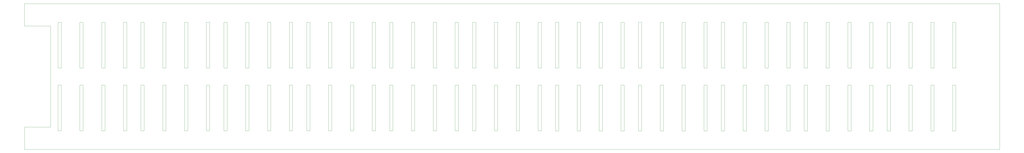
<source format=gbr>
%TF.GenerationSoftware,KiCad,Pcbnew,9.0.4*%
%TF.CreationDate,2025-09-16T19:42:10+08:00*%
%TF.ProjectId,accum_pcb_under,61636375-6d5f-4706-9362-5f756e646572,rev?*%
%TF.SameCoordinates,Original*%
%TF.FileFunction,Profile,NP*%
%FSLAX46Y46*%
G04 Gerber Fmt 4.6, Leading zero omitted, Abs format (unit mm)*
G04 Created by KiCad (PCBNEW 9.0.4) date 2025-09-16 19:42:10*
%MOMM*%
%LPD*%
G01*
G04 APERTURE LIST*
%TA.AperFunction,Profile*%
%ADD10C,0.050000*%
%TD*%
G04 APERTURE END LIST*
D10*
X378945418Y-185683590D02*
X377445418Y-185683590D01*
X350945752Y-185680590D02*
X349445752Y-185680590D01*
X150665418Y-185674590D02*
X149165418Y-185674590D01*
X513131767Y-206688090D02*
X511631767Y-206688090D01*
X330898448Y-235621590D02*
X329398448Y-235621590D01*
X475085115Y-235622590D02*
X473585115Y-235622590D01*
X312897130Y-235615090D02*
X311397130Y-235615090D01*
X311397130Y-206682090D02*
X311397130Y-185682090D01*
X187212129Y-235614090D02*
X187212129Y-214614090D01*
X198756811Y-235615590D02*
X197256811Y-235615590D01*
X274850478Y-235616590D02*
X273350478Y-235616590D01*
X453539085Y-206686590D02*
X453539085Y-185686590D01*
X132665115Y-214613590D02*
X131165115Y-214613590D01*
X425537115Y-206686590D02*
X425537115Y-185686590D01*
X435538463Y-235621090D02*
X435538463Y-214621090D01*
X465085767Y-185685090D02*
X463585767Y-185685090D01*
X284851100Y-206679090D02*
X283351100Y-206679090D01*
X102620100Y-185674090D02*
X101120100Y-185674090D01*
X111119085Y-206675590D02*
X111119085Y-185675590D01*
X398991448Y-235621590D02*
X397491448Y-235621590D01*
X246804841Y-214613590D02*
X246804841Y-235613590D01*
X264805433Y-206679090D02*
X263305433Y-206679090D01*
X274852115Y-185677590D02*
X273352115Y-185677590D01*
X483085115Y-206689590D02*
X481585115Y-206689590D01*
X427039478Y-214619590D02*
X425539478Y-214619590D01*
X378945811Y-214621590D02*
X378945811Y-235621590D01*
X122665767Y-185674090D02*
X121165767Y-185674090D01*
X274850115Y-206680590D02*
X273350115Y-206680590D01*
X455039448Y-214622590D02*
X453539448Y-214622590D01*
X427037115Y-206686590D02*
X425537115Y-206686590D01*
X254806811Y-214613590D02*
X253306811Y-214613590D01*
X437038130Y-185685090D02*
X437038130Y-206685090D01*
X170711478Y-214612590D02*
X170711478Y-235612590D01*
X139164796Y-235614090D02*
X139164796Y-214614090D01*
X292853463Y-185679090D02*
X291353463Y-185679090D01*
X503132782Y-214619590D02*
X501632782Y-214619590D01*
X475084782Y-185686590D02*
X475084782Y-206686590D01*
X322898115Y-206680590D02*
X321398115Y-206680590D01*
X491586100Y-206688090D02*
X491586100Y-185688090D01*
X312899130Y-185679090D02*
X312899130Y-206679090D01*
X339399433Y-235620090D02*
X339399433Y-214620090D01*
X406993811Y-214619590D02*
X406993811Y-235619590D01*
X387490100Y-206685090D02*
X387490100Y-185685090D01*
X367444796Y-235623090D02*
X367444796Y-214623090D01*
X330900448Y-214618590D02*
X330900448Y-235618590D01*
X254804811Y-235616590D02*
X253304811Y-235616590D01*
X226758781Y-185677590D02*
X225258781Y-185677590D01*
X388990463Y-235623090D02*
X387490463Y-235623090D01*
X465086130Y-214621090D02*
X465086130Y-235621090D01*
X188712129Y-235614090D02*
X187212129Y-235614090D01*
X216758159Y-235615090D02*
X215258159Y-235615090D01*
X340899463Y-214620090D02*
X340899463Y-235620090D01*
X226758811Y-185677590D02*
X226758811Y-206677590D01*
X513131767Y-214621090D02*
X511631767Y-214621090D01*
X160710463Y-235614090D02*
X159210463Y-235614090D01*
X170711448Y-214612590D02*
X169211448Y-214612590D01*
X132664782Y-185675590D02*
X132664782Y-206675590D01*
X140664796Y-235614090D02*
X139164796Y-235614090D01*
X475084752Y-185686590D02*
X473584752Y-185686590D01*
X322898115Y-185680590D02*
X321398115Y-185680590D01*
X322898145Y-185680590D02*
X322898145Y-206680590D01*
X359444737Y-206682090D02*
X359444737Y-185682090D01*
X378945418Y-206683590D02*
X377445418Y-206683590D01*
X455039085Y-185686590D02*
X453539085Y-185686590D01*
X475084752Y-206686590D02*
X473584752Y-206686590D01*
X140666433Y-185673090D02*
X139166433Y-185673090D01*
X254806811Y-214613590D02*
X254806811Y-235613590D01*
X284851100Y-185679090D02*
X283351100Y-185679090D01*
X463583767Y-206688090D02*
X463583767Y-185688090D01*
X435538100Y-206685090D02*
X435538100Y-185685090D01*
X443538463Y-235624090D02*
X443538463Y-214624090D01*
X360945130Y-214620090D02*
X360945130Y-235620090D01*
X465085767Y-185685090D02*
X465085767Y-206685090D01*
X160712463Y-214611090D02*
X159212463Y-214611090D01*
X102618100Y-206677090D02*
X101118100Y-206677090D01*
X360944737Y-185682090D02*
X359444737Y-185682090D01*
X349443752Y-206683590D02*
X349443752Y-185683590D01*
X216760159Y-214612090D02*
X215260159Y-214612090D01*
X246804448Y-206677590D02*
X245304448Y-206677590D01*
X501630782Y-206689590D02*
X501630782Y-185689590D01*
X378945781Y-214621590D02*
X377445781Y-214621590D01*
X139164433Y-206676090D02*
X139164433Y-185676090D01*
X284851130Y-185679090D02*
X284851130Y-206679090D01*
X170711085Y-185674590D02*
X169211085Y-185674590D01*
X368944796Y-235623090D02*
X367444796Y-235623090D01*
X427039115Y-185683590D02*
X427039115Y-206683590D01*
X235303463Y-206679090D02*
X235303463Y-185679090D01*
X445040100Y-185685090D02*
X445040100Y-206685090D01*
X284851463Y-214615090D02*
X283351463Y-214615090D01*
X427037478Y-235622590D02*
X425537478Y-235622590D01*
X483087115Y-214619590D02*
X481587115Y-214619590D01*
X169211085Y-206674590D02*
X169211085Y-185674590D01*
X291351463Y-235615090D02*
X291351463Y-214615090D01*
X236805463Y-185676090D02*
X236805463Y-206676090D01*
X437038100Y-206685090D02*
X435538100Y-206685090D01*
X292853463Y-214612090D02*
X292853463Y-235612090D01*
X292853463Y-214612090D02*
X291353463Y-214612090D01*
X264805826Y-214615090D02*
X264805826Y-235615090D01*
X503132782Y-214619590D02*
X503132782Y-235619590D01*
X170711085Y-206674590D02*
X169211085Y-206674590D01*
X453539448Y-235622590D02*
X453539448Y-214622590D01*
X533222115Y-177186590D02*
X85740115Y-177186598D01*
X398991085Y-206683590D02*
X397491085Y-206683590D01*
X437038463Y-235621090D02*
X435538463Y-235621090D01*
X398991085Y-185683590D02*
X397491085Y-185683590D01*
X483087115Y-185686590D02*
X481587115Y-185686590D01*
X263305796Y-235615090D02*
X263305796Y-214615090D01*
X340899070Y-206682090D02*
X339399070Y-206682090D01*
X388992100Y-185682090D02*
X387492100Y-185682090D01*
X197256448Y-206677590D02*
X197256448Y-185677590D01*
X445040100Y-185685090D02*
X443540100Y-185685090D01*
X264805433Y-185679090D02*
X263305433Y-185679090D01*
X140666796Y-214611090D02*
X140666796Y-235611090D01*
X159210100Y-206676090D02*
X159210100Y-185676090D01*
X483087115Y-185686590D02*
X483087115Y-206686590D01*
X253304811Y-235616590D02*
X253304811Y-214616590D01*
X208757433Y-185676090D02*
X207257433Y-185676090D01*
X122666130Y-214612090D02*
X121166130Y-214612090D01*
X437038463Y-214621090D02*
X435538463Y-214621090D01*
X416992796Y-235621090D02*
X415492796Y-235621090D01*
X416992463Y-185685090D02*
X416992463Y-206685090D01*
X322898115Y-235613590D02*
X321398115Y-235613590D01*
X169211448Y-235612590D02*
X169211448Y-214612590D01*
X312899130Y-214612090D02*
X311399130Y-214612090D01*
X160710100Y-206676090D02*
X159210100Y-206676090D01*
X122663767Y-206677090D02*
X121163767Y-206677090D01*
X284851493Y-214615090D02*
X284851493Y-235615090D01*
X349444115Y-235621590D02*
X349444115Y-214621590D01*
X416992826Y-214621090D02*
X416992826Y-235621090D01*
X302852448Y-214613590D02*
X301352448Y-214613590D01*
X150665418Y-206674590D02*
X149165418Y-206674590D01*
X302852448Y-206680590D02*
X301352448Y-206680590D01*
X236805463Y-185676090D02*
X235305463Y-185676090D01*
X140666796Y-214611090D02*
X139166796Y-214611090D01*
X216760159Y-214612090D02*
X216760159Y-235612090D01*
X160712463Y-214611090D02*
X160712463Y-235611090D01*
X437038493Y-214621090D02*
X437038493Y-235621090D01*
X329398085Y-206683590D02*
X329398085Y-185683590D01*
X513131767Y-185688090D02*
X511631767Y-185688090D01*
X378945781Y-235621590D02*
X377445781Y-235621590D01*
X122666130Y-214612090D02*
X122666130Y-235612090D01*
X150665448Y-185674590D02*
X150665448Y-206674590D01*
X513131767Y-235621090D02*
X511631767Y-235621090D01*
X415492433Y-206685090D02*
X415492433Y-185685090D01*
X513131797Y-214621090D02*
X513131797Y-235621090D01*
X226759144Y-214613590D02*
X225259144Y-214613590D01*
X330898085Y-206683590D02*
X329398085Y-206683590D01*
X188711766Y-206676090D02*
X187211766Y-206676090D01*
X475085145Y-214622590D02*
X475085145Y-235622590D01*
X131164752Y-206675590D02*
X131164752Y-185675590D01*
X197256811Y-235615590D02*
X197256811Y-214615590D01*
X235303826Y-235615090D02*
X235303826Y-214615090D01*
X493086100Y-235621090D02*
X491586100Y-235621090D01*
X302852478Y-214613590D02*
X302852478Y-235613590D01*
X170711448Y-235612590D02*
X169211448Y-235612590D01*
X150665781Y-235612590D02*
X149165781Y-235612590D01*
X339399070Y-206682090D02*
X339399070Y-185682090D01*
X178711144Y-235615590D02*
X177211144Y-235615590D01*
X322898145Y-214613590D02*
X322898145Y-235613590D01*
X465083767Y-206688090D02*
X463583767Y-206688090D01*
X455039085Y-206686590D02*
X453539085Y-206686590D01*
X178712781Y-185674590D02*
X177212781Y-185674590D01*
X406993811Y-214619590D02*
X405493811Y-214619590D01*
X208757796Y-214614090D02*
X207257796Y-214614090D01*
X359445100Y-235620090D02*
X359445100Y-214620090D01*
X406993448Y-185683590D02*
X406993448Y-206683590D01*
X112619085Y-185675590D02*
X111119085Y-185675590D01*
X312897130Y-206682090D02*
X311397130Y-206682090D01*
X493086130Y-214621090D02*
X493086130Y-235621090D01*
X321398115Y-206680590D02*
X321398115Y-185680590D01*
X481585115Y-235622590D02*
X481585115Y-214622590D01*
X208757463Y-185676090D02*
X208757463Y-206676090D01*
X177210781Y-206677590D02*
X177210781Y-185677590D01*
X445038463Y-235624090D02*
X443538463Y-235624090D01*
X503130782Y-206689590D02*
X501630782Y-206689590D01*
X273350478Y-235616590D02*
X273350478Y-214616590D01*
X198758811Y-214612590D02*
X198758811Y-235612590D01*
X513131797Y-185688090D02*
X513131797Y-206688090D01*
X254806448Y-185677590D02*
X254806448Y-206677590D01*
X283351100Y-206679090D02*
X283351100Y-185679090D01*
X330900085Y-185680590D02*
X329400085Y-185680590D01*
X85748115Y-233920590D02*
X97748291Y-233920590D01*
X406991811Y-235622590D02*
X405491811Y-235622590D01*
X445040463Y-214621090D02*
X443540463Y-214621090D01*
X455039478Y-214622590D02*
X455039478Y-235622590D01*
X443538100Y-206688090D02*
X443538100Y-185688090D01*
X121163767Y-206677090D02*
X121163767Y-185677090D01*
X273350115Y-206680590D02*
X273350115Y-185680590D01*
X330900085Y-185680590D02*
X330900085Y-206680590D01*
X188712159Y-214614090D02*
X188712159Y-235614090D01*
X263305433Y-206679090D02*
X263305433Y-185679090D01*
X178713144Y-214612590D02*
X178713144Y-235612590D01*
X311397130Y-235615090D02*
X311397130Y-214615090D01*
X178712781Y-185674590D02*
X178712781Y-206674590D01*
X387490463Y-235623090D02*
X387490463Y-214623090D01*
X132664752Y-185675590D02*
X131164752Y-185675590D01*
X350944115Y-235621590D02*
X349444115Y-235621590D01*
X455039115Y-185686590D02*
X455039115Y-206686590D01*
X397491085Y-206683590D02*
X397491085Y-185683590D01*
X274852478Y-214613590D02*
X273352478Y-214613590D01*
X340899433Y-235620090D02*
X339399433Y-235620090D01*
X254806448Y-185677590D02*
X253306448Y-185677590D01*
X245304448Y-206677590D02*
X245304448Y-185677590D01*
X225258781Y-206677590D02*
X225258781Y-185677590D01*
X102620100Y-185674090D02*
X102620100Y-206674090D01*
X132665115Y-235613590D02*
X131165115Y-235613590D01*
X159210463Y-235614090D02*
X159210463Y-214614090D01*
X178710781Y-206677590D02*
X177210781Y-206677590D01*
X264805796Y-214615090D02*
X263305796Y-214615090D01*
X208757796Y-235614090D02*
X207257796Y-235614090D01*
X329398448Y-235621590D02*
X329398448Y-214621590D01*
X483087115Y-214619590D02*
X483087115Y-235619590D01*
X388992463Y-214620090D02*
X388992463Y-235620090D01*
X398991115Y-185683590D02*
X398991115Y-206683590D01*
X493086100Y-214621090D02*
X491586100Y-214621090D01*
X398991478Y-214621590D02*
X398991478Y-235621590D01*
X187211766Y-206676090D02*
X187211766Y-185676090D01*
X132665145Y-214613590D02*
X132665145Y-235613590D01*
X226759144Y-235613590D02*
X225259144Y-235613590D01*
X427039115Y-185683590D02*
X425539115Y-185683590D01*
X360944767Y-185682090D02*
X360944767Y-206682090D01*
X292851463Y-235615090D02*
X291351463Y-235615090D01*
X283351463Y-235615090D02*
X283351463Y-214615090D01*
X465084130Y-235624090D02*
X463584130Y-235624090D01*
X160712100Y-185673090D02*
X160712100Y-206673090D01*
X102620463Y-214612090D02*
X101120463Y-214612090D01*
X368946796Y-214620090D02*
X367446796Y-214620090D01*
X330900448Y-214618590D02*
X329400448Y-214618590D01*
X198758811Y-214612590D02*
X197258811Y-214612590D01*
X140666433Y-185673090D02*
X140666433Y-206673090D01*
X85740115Y-187388590D02*
X97740115Y-187388590D01*
X405491448Y-206686590D02*
X405491448Y-185686590D01*
X302852478Y-185680590D02*
X302852478Y-206680590D01*
X416992433Y-206685090D02*
X415492433Y-206685090D01*
X284851463Y-235615090D02*
X283351463Y-235615090D01*
X302852448Y-235613590D02*
X301352448Y-235613590D01*
X475085115Y-214622590D02*
X473585115Y-214622590D01*
X360944737Y-206682090D02*
X359444737Y-206682090D01*
X85748115Y-244121590D02*
X533222115Y-244121590D01*
X483085115Y-235622590D02*
X481585115Y-235622590D01*
X208757433Y-206676090D02*
X207257433Y-206676090D01*
X236803463Y-206679090D02*
X235303463Y-206679090D01*
X368946433Y-185682090D02*
X368946433Y-206682090D01*
X415492796Y-235621090D02*
X415492796Y-214621090D01*
X406993448Y-185683590D02*
X405493448Y-185683590D01*
X301352448Y-235613590D02*
X301352448Y-214613590D01*
X177211144Y-235615590D02*
X177211144Y-214615590D01*
X225259144Y-235613590D02*
X225259144Y-214613590D01*
X246804811Y-214613590D02*
X245304811Y-214613590D01*
X85748115Y-244121590D02*
X85748115Y-233920590D01*
X416992433Y-185685090D02*
X415492433Y-185685090D01*
X473585115Y-235622590D02*
X473585115Y-214622590D01*
X388992100Y-185682090D02*
X388992100Y-206682090D01*
X377445418Y-206683590D02*
X377445418Y-185683590D01*
X140664433Y-206676090D02*
X139164433Y-206676090D01*
X132664752Y-206675590D02*
X131164752Y-206675590D01*
X397491448Y-235621590D02*
X397491448Y-214621590D01*
X198758448Y-185674590D02*
X198758448Y-206674590D01*
X102618463Y-235615090D02*
X101118463Y-235615090D01*
X226758781Y-206677590D02*
X225258781Y-206677590D01*
X188711766Y-185676090D02*
X187211766Y-185676090D01*
X216759796Y-185676090D02*
X216759796Y-206676090D01*
X388990100Y-206685090D02*
X387490100Y-206685090D01*
X491586100Y-235621090D02*
X491586100Y-214621090D01*
X226759174Y-214613590D02*
X226759174Y-235613590D01*
X85740115Y-187388590D02*
X85740115Y-177186590D01*
X302852448Y-185680590D02*
X301352448Y-185680590D01*
X274852478Y-214613590D02*
X274852478Y-235613590D01*
X368944433Y-206685090D02*
X367444433Y-206685090D01*
X198758448Y-185674590D02*
X197258448Y-185674590D01*
X149165781Y-235612590D02*
X149165781Y-214612590D01*
X245304811Y-235613590D02*
X245304811Y-214613590D01*
X465086130Y-214621090D02*
X463586130Y-214621090D01*
X322898115Y-214613590D02*
X321398115Y-214613590D01*
X406991448Y-206686590D02*
X405491448Y-206686590D01*
X246804448Y-185677590D02*
X245304448Y-185677590D01*
X236805826Y-214612090D02*
X235305826Y-214612090D01*
X292851463Y-206682090D02*
X291351463Y-206682090D01*
X207257796Y-235614090D02*
X207257796Y-214614090D01*
X368946433Y-185682090D02*
X367446433Y-185682090D01*
X301352448Y-206680590D02*
X301352448Y-185680590D01*
X112619085Y-206675590D02*
X111119085Y-206675590D01*
X246804811Y-235613590D02*
X245304811Y-235613590D01*
X481585115Y-206689590D02*
X481585115Y-185689590D01*
X350945752Y-185680590D02*
X350945752Y-206680590D01*
X405491811Y-235622590D02*
X405491811Y-214622590D01*
X188712129Y-214614090D02*
X187212129Y-214614090D01*
X101118463Y-235615090D02*
X101118463Y-214615090D01*
X312899130Y-214612090D02*
X312899130Y-235612090D01*
X493086100Y-185688090D02*
X491586100Y-185688090D01*
X112619478Y-214613590D02*
X112619478Y-235613590D01*
X445038100Y-206688090D02*
X443538100Y-206688090D01*
X198756448Y-206677590D02*
X197256448Y-206677590D01*
X340899100Y-185682090D02*
X340899100Y-206682090D01*
X493086100Y-206688090D02*
X491586100Y-206688090D01*
X264805463Y-185679090D02*
X264805463Y-206679090D01*
X188711796Y-185676090D02*
X188711796Y-206676090D01*
X216759796Y-185676090D02*
X215259796Y-185676090D01*
X378945448Y-185683590D02*
X378945448Y-206683590D01*
X150665781Y-214612590D02*
X149165781Y-214612590D01*
X350943752Y-206683590D02*
X349443752Y-206683590D01*
X216757796Y-206679090D02*
X215257796Y-206679090D01*
X437038100Y-185685090D02*
X435538100Y-185685090D01*
X215258159Y-235615090D02*
X215258159Y-214615090D01*
X368946796Y-214620090D02*
X368946796Y-235620090D01*
X350946115Y-214618590D02*
X349446115Y-214618590D01*
X264805796Y-235615090D02*
X263305796Y-235615090D01*
X367444433Y-206685090D02*
X367444433Y-185685090D01*
X511631767Y-206688090D02*
X511631767Y-185688090D01*
X312899130Y-185679090D02*
X311399130Y-185679090D01*
X360945100Y-214620090D02*
X359445100Y-214620090D01*
X473584752Y-206686590D02*
X473584752Y-185686590D01*
X291351463Y-206682090D02*
X291351463Y-185682090D01*
X398991448Y-214621590D02*
X397491448Y-214621590D01*
X102620463Y-214612090D02*
X102620463Y-235612090D01*
X533222115Y-244121590D02*
X533222115Y-177186590D01*
X503132782Y-185686590D02*
X503132782Y-206686590D01*
X321398115Y-235613590D02*
X321398115Y-214613590D01*
X427039478Y-214619590D02*
X427039478Y-235619590D01*
X236805826Y-214612090D02*
X236805826Y-235612090D01*
X112619448Y-235613590D02*
X111119448Y-235613590D01*
X207257433Y-206676090D02*
X207257433Y-185676090D01*
X131165115Y-235613590D02*
X131165115Y-214613590D01*
X170711115Y-185674590D02*
X170711115Y-206674590D01*
X388992463Y-214620090D02*
X387492463Y-214620090D01*
X445040463Y-214621090D02*
X445040463Y-235621090D01*
X503130782Y-235622590D02*
X501630782Y-235622590D01*
X425537478Y-235622590D02*
X425537478Y-214622590D01*
X350946115Y-214618590D02*
X350946115Y-235618590D01*
X463584130Y-235624090D02*
X463584130Y-214624090D01*
X503132782Y-185686590D02*
X501632782Y-185686590D01*
X149165418Y-206674590D02*
X149165418Y-185674590D01*
X455039448Y-235622590D02*
X453539448Y-235622590D01*
X111119448Y-235613590D02*
X111119448Y-214613590D01*
X501630782Y-235622590D02*
X501630782Y-214622590D01*
X121164130Y-235615090D02*
X121164130Y-214615090D01*
X340899433Y-214620090D02*
X339399433Y-214620090D01*
X511631767Y-235621090D02*
X511631767Y-214621090D01*
X97740115Y-187388590D02*
X97748291Y-233920590D01*
X112619448Y-214613590D02*
X111119448Y-214613590D01*
X178713144Y-214612590D02*
X177213144Y-214612590D01*
X150665811Y-214612590D02*
X150665811Y-235612590D01*
X160712100Y-185673090D02*
X159212100Y-185673090D01*
X112619115Y-185675590D02*
X112619115Y-206675590D01*
X416992796Y-214621090D02*
X415492796Y-214621090D01*
X360945100Y-235620090D02*
X359445100Y-235620090D01*
X253304448Y-206680590D02*
X253304448Y-185680590D01*
X208757826Y-214614090D02*
X208757826Y-235614090D01*
X246804478Y-185677590D02*
X246804478Y-206677590D01*
X122665767Y-185674090D02*
X122665767Y-206674090D01*
X101118100Y-206677090D02*
X101118100Y-185677090D01*
X274852115Y-185677590D02*
X274852115Y-206677590D01*
X493086130Y-185688090D02*
X493086130Y-206688090D01*
X377445781Y-235621590D02*
X377445781Y-214621590D01*
X236803826Y-235615090D02*
X235303826Y-235615090D01*
X340899070Y-185682090D02*
X339399070Y-185682090D01*
X254804448Y-206680590D02*
X253304448Y-206680590D01*
X292853463Y-185679090D02*
X292853463Y-206679090D01*
X122664130Y-235615090D02*
X121164130Y-235615090D01*
X215257796Y-206679090D02*
X215257796Y-185679090D01*
M02*

</source>
